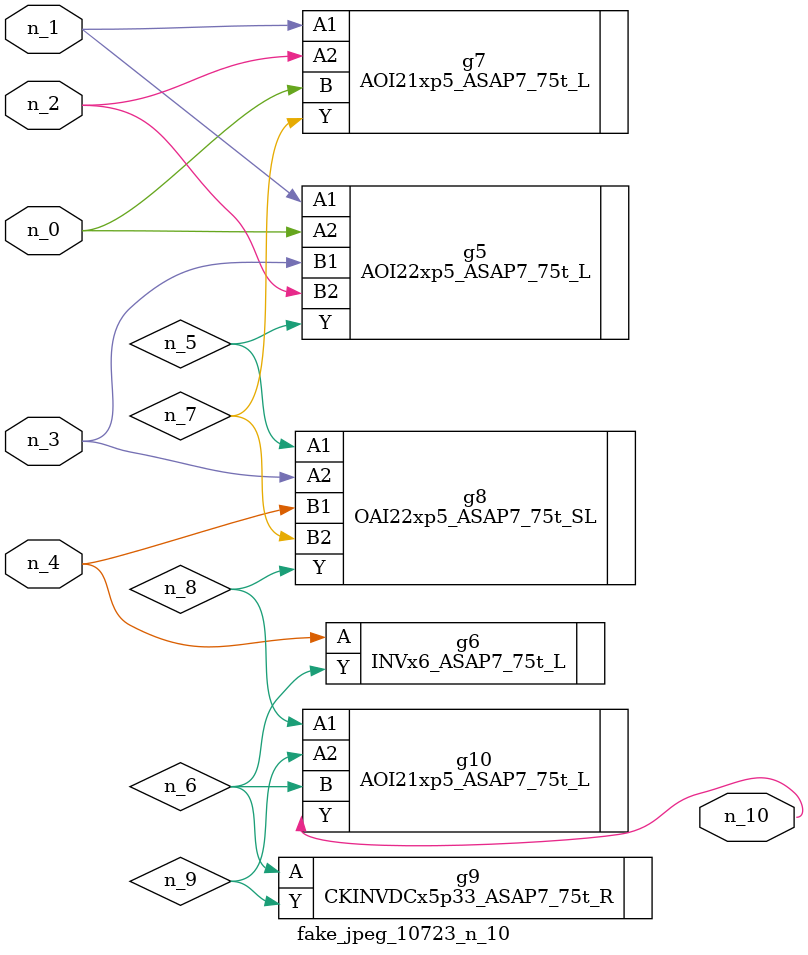
<source format=v>
module fake_jpeg_10723_n_10 (n_3, n_2, n_1, n_0, n_4, n_10);

input n_3;
input n_2;
input n_1;
input n_0;
input n_4;

output n_10;

wire n_8;
wire n_9;
wire n_6;
wire n_5;
wire n_7;

AOI22xp5_ASAP7_75t_L g5 ( 
.A1(n_1),
.A2(n_0),
.B1(n_3),
.B2(n_2),
.Y(n_5)
);

INVx6_ASAP7_75t_L g6 ( 
.A(n_4),
.Y(n_6)
);

AOI21xp5_ASAP7_75t_L g7 ( 
.A1(n_1),
.A2(n_2),
.B(n_0),
.Y(n_7)
);

OAI22xp5_ASAP7_75t_SL g8 ( 
.A1(n_5),
.A2(n_3),
.B1(n_4),
.B2(n_7),
.Y(n_8)
);

AOI21xp5_ASAP7_75t_L g10 ( 
.A1(n_8),
.A2(n_9),
.B(n_6),
.Y(n_10)
);

CKINVDCx5p33_ASAP7_75t_R g9 ( 
.A(n_6),
.Y(n_9)
);


endmodule
</source>
